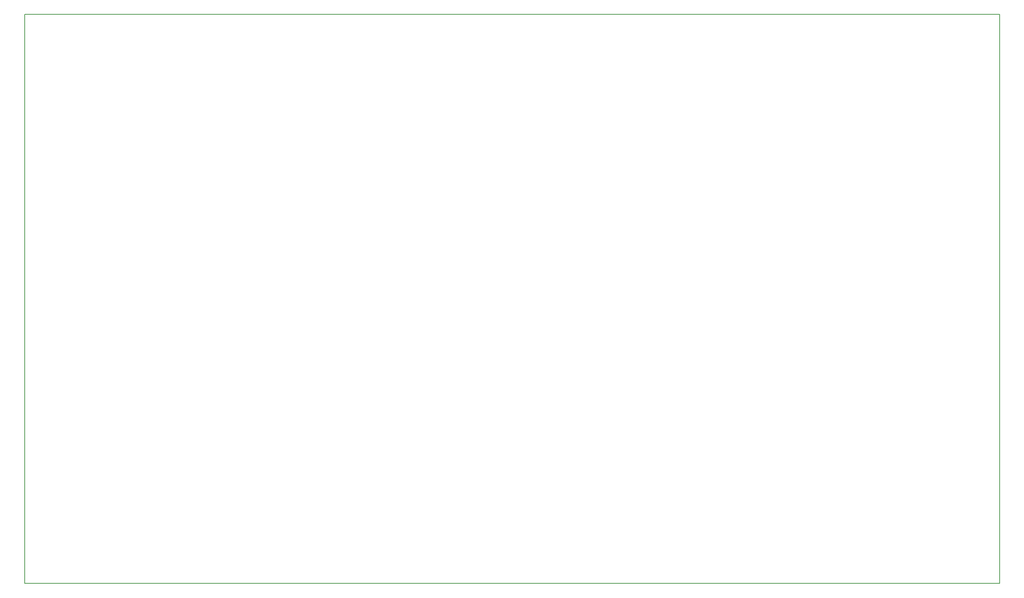
<source format=gm1>
G04 #@! TF.FileFunction,Profile,NP*
%FSLAX46Y46*%
G04 Gerber Fmt 4.6, Leading zero omitted, Abs format (unit mm)*
G04 Created by KiCad (PCBNEW 4.0.2-stable) date 5/26/2016 8:00:27 AM*
%MOMM*%
G01*
G04 APERTURE LIST*
%ADD10C,0.100000*%
%ADD11C,0.150000*%
G04 APERTURE END LIST*
D10*
D11*
X248285000Y-149860000D02*
X17780000Y-149860000D01*
X17780000Y-15240000D02*
X248285000Y-15240000D01*
X248285000Y-15240000D02*
X248285000Y-149860000D01*
X17780000Y-149860000D02*
X17780000Y-15240000D01*
M02*

</source>
